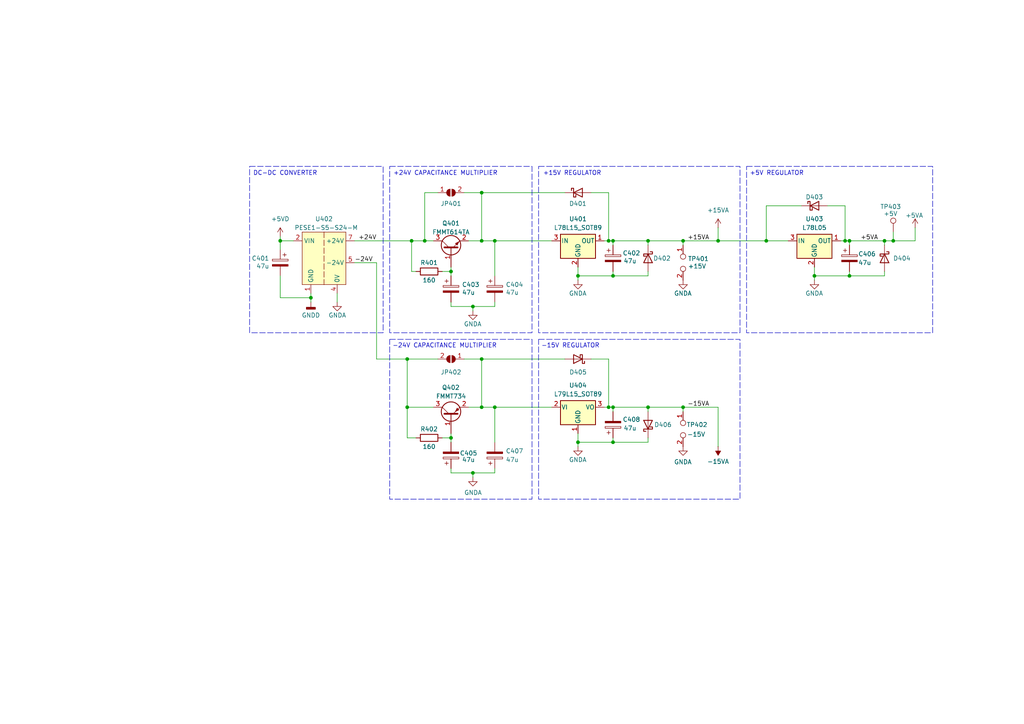
<source format=kicad_sch>
(kicad_sch (version 20250114) (generator "eeschema") (generator_version "9.0")
  (paper "A4")
  (title_block (title "Analog Power Supplies") (date "2024-05-20") (rev "2.0") (company "M Morano"))
  (lib_symbols
    (symbol "+5VD_1" (power) (pin_numbers (hide yes)) (pin_names (offset 0) (hide yes))
      (property "Value" "+5VD" (at 0 3.556 0))
      (symbol "+5VD_1_0_1"
        (polyline (pts (xy -0.762 1.27) (xy 0 2.54)))
        (polyline (pts (xy 0 2.54) (xy 0.762 1.27)))
        (polyline (pts (xy 0 0) (xy 0 2.54)))
      )
      (symbol "+5VD_1_1_1"
        (pin power_in line (at 0 0 90) (length 0) (name "~") (number "1"))
      )
    )
    (symbol "Components:PDS1-S5-D15-M-TR"
      (property "Reference" "U" (at 0 10.922 0))
      (property "Value" "PDS1-S5-D24-M-TR" (at -0.254 8.89 0))
      (symbol "PDS1-S5-D15-M-TR_1_1"
        (rectangle (start -6.35 7.62) (end 6.35 -7.62) (fill (type background)))
        (polyline (pts (xy 0 7.62) (xy 0 -7.62)) (stroke (width 0) (type dash)))
        (pin power_in line (at -8.89 5.08 0) (length 2.54) (name "VIN") (number "2"))
        (pin no_connect line (at -8.89 -1.27 0) (length 2.54) (hide yes) (name "NC") (number "10"))
        (pin power_in line (at -3.81 -10.16 90) (length 2.54) (name "GND") (number "1"))
        (pin power_in line (at 3.81 -10.16 90) (length 2.54) (name "0V") (number "4"))
        (pin power_out line (at 8.89 5.08 180) (length 2.54) (name "+24V") (number "7"))
        (pin power_out line (at 8.89 -1.27 180) (length 2.54) (name "-24V") (number "5"))
      )
    )
    (symbol "Connector:TestPoint" (pin_numbers (hide yes)) (pin_names (offset 0.762) (hide yes))
      (property "Reference" "TP" (at 0 6.858 0))
      (property "Value" "TestPoint" (at 0 5.08 0))
      (symbol "TestPoint_0_1"
        (circle (center 0 3.302) (radius 0.762))
      )
      (symbol "TestPoint_1_1"
        (pin passive line (at 0 0 90) (length 2.54) (name "1") (number "1"))
      )
    )
    (symbol "Connector:TestPoint_2Pole" (pin_names (offset 0.762) (hide yes))
      (property "Reference" "TP" (at 0 1.524 0))
      (property "Value" "TestPoint_2Pole" (at 0 -1.778 0))
      (symbol "TestPoint_2Pole_0_1"
        (circle (center -1.778 0) (radius 0.762))
        (circle (center 1.778 0) (radius 0.762))
        (pin passive line (at -5.08 0 0) (length 2.54) (name "1") (number "1"))
        (pin passive line (at 5.08 0 180) (length 2.54) (name "2") (number "2"))
      )
    )
    (symbol "Device:C_Polarized" (pin_numbers (hide yes)) (pin_names (offset 0.254))
      (property "Reference" "C" (at 0.635 2.54 0))
      (property "Value" "C_Polarized" (at 0.635 -2.54 0))
      (symbol "C_Polarized_0_1"
        (rectangle (start -2.286 0.508) (end 2.286 1.016))
        (polyline (pts (xy -1.778 2.286) (xy -0.762 2.286)))
        (polyline (pts (xy -1.27 2.794) (xy -1.27 1.778)))
        (rectangle (start 2.286 -0.508) (end -2.286 -1.016) (fill (type outline)))
      )
      (symbol "C_Polarized_1_1"
        (pin passive line (at 0 3.81 270) (length 2.794) (name "~") (number "1"))
        (pin passive line (at 0 -3.81 90) (length 2.794) (name "~") (number "2"))
      )
    )
    (symbol "Device:D_Schottky" (pin_numbers (hide yes)) (pin_names (offset 1.016) (hide yes))
      (property "Reference" "D" (at 0 2.54 0))
      (property "Value" "D_Schottky" (at 0 -2.54 0))
      (symbol "D_Schottky_0_1"
        (polyline (pts (xy -1.905 0.635) (xy -1.905 1.27) (xy -1.27 1.27) (xy -1.27 -1.27) (xy -0.635 -1.27) (xy -0.635 -0.635)) (stroke (width 0.254)))
        (polyline (pts (xy 1.27 1.27) (xy 1.27 -1.27) (xy -1.27 0) (xy 1.27 1.27)) (stroke (width 0.254)))
        (polyline (pts (xy 1.27 0) (xy -1.27 0)))
      )
      (symbol "D_Schottky_1_1"
        (pin passive line (at -3.81 0 0) (length 2.54) (name "K") (number "1"))
        (pin passive line (at 3.81 0 180) (length 2.54) (name "A") (number "2"))
      )
    )
    (symbol "Device:Q_NPN_BEC" (pin_names (offset 0) (hide yes))
      (property "Reference" "Q" (at 5.08 1.27 0))
      (property "Value" "Q_NPN_BEC" (at 5.08 -1.27 0))
      (symbol "Q_NPN_BEC_0_1"
        (polyline (pts (xy 0.635 1.905) (xy 0.635 -1.905) (xy 0.635 -1.905)) (stroke (width 0.508)))
        (polyline (pts (xy 0.635 0.635) (xy 2.54 2.54)))
        (polyline (pts (xy 0.635 -0.635) (xy 2.54 -2.54) (xy 2.54 -2.54)))
        (circle (center 1.27 0) (radius 2.8194) (stroke (width 0.254)))
        (polyline (pts (xy 1.27 -1.778) (xy 1.778 -1.27) (xy 2.286 -2.286) (xy 1.27 -1.778) (xy 1.27 -1.778)) (fill (type outline)))
      )
      (symbol "Q_NPN_BEC_1_1"
        (pin input line (at -5.08 0 0) (length 5.715) (name "B") (number "1"))
        (pin passive line (at 2.54 5.08 270) (length 2.54) (name "C") (number "3"))
        (pin passive line (at 2.54 -5.08 90) (length 2.54) (name "E") (number "2"))
      )
    )
    (symbol "Device:Q_PNP_BEC" (pin_names (offset 0) (hide yes))
      (property "Reference" "Q" (at 5.08 1.27 0))
      (property "Value" "Q_PNP_BEC" (at 5.08 -1.27 0))
      (symbol "Q_PNP_BEC_0_1"
        (polyline (pts (xy 0.635 1.905) (xy 0.635 -1.905) (xy 0.635 -1.905)) (stroke (width 0.508)))
        (polyline (pts (xy 0.635 0.635) (xy 2.54 2.54)))
        (polyline (pts (xy 0.635 -0.635) (xy 2.54 -2.54) (xy 2.54 -2.54)))
        (circle (center 1.27 0) (radius 2.8194) (stroke (width 0.254)))
        (polyline (pts (xy 2.286 -1.778) (xy 1.778 -2.286) (xy 1.27 -1.27) (xy 2.286 -1.778) (xy 2.286 -1.778)) (fill (type outline)))
      )
      (symbol "Q_PNP_BEC_1_1"
        (pin input line (at -5.08 0 0) (length 5.715) (name "B") (number "1"))
        (pin passive line (at 2.54 5.08 270) (length 2.54) (name "C") (number "3"))
        (pin passive line (at 2.54 -5.08 90) (length 2.54) (name "E") (number "2"))
      )
    )
    (symbol "Device:R" (pin_numbers (hide yes)) (pin_names (offset 0))
      (property "Reference" "R" (at 2.032 0 90))
      (property "Value" "R" (at 0 0 90))
      (symbol "R_0_1"
        (rectangle (start -1.016 -2.54) (end 1.016 2.54) (stroke (width 0.254)))
      )
      (symbol "R_1_1"
        (pin passive line (at 0 3.81 270) (length 1.27) (name "~") (number "1"))
        (pin passive line (at 0 -3.81 90) (length 1.27) (name "~") (number "2"))
      )
    )
    (symbol "Jumper:SolderJumper_2_Open" (pin_names (offset 0) (hide yes))
      (property "Reference" "JP" (at 0 2.032 0))
      (property "Value" "SolderJumper_2_Open" (at 0 -2.54 0))
      (symbol "SolderJumper_2_Open_0_1"
        (polyline (pts (xy -0.254 1.016) (xy -0.254 -1.016)))
        (arc (start -0.254 -1.016) (mid -1.2656 0) (end -0.254 1.016))
        (arc (start -0.254 -1.016) (mid -1.2656 0) (end -0.254 1.016) (fill (type outline)))
        (arc (start 0.254 1.016) (mid 1.2656 0) (end 0.254 -1.016))
        (arc (start 0.254 1.016) (mid 1.2656 0) (end 0.254 -1.016) (fill (type outline)))
        (polyline (pts (xy 0.254 1.016) (xy 0.254 -1.016)))
      )
      (symbol "SolderJumper_2_Open_1_1"
        (pin passive line (at -3.81 0 0) (length 2.54) (name "A") (number "1"))
        (pin passive line (at 3.81 0 180) (length 2.54) (name "B") (number "2"))
      )
    )
    (symbol "Regulator_Linear:L78L05_SOT89" (pin_names (offset 0.254))
      (property "Reference" "U" (at -3.81 3.175 0))
      (property "Value" "L78L05_SOT89" (at -0.635 3.175 0))
      (symbol "L78L05_SOT89_0_1"
        (rectangle (start -5.08 1.905) (end 5.08 -5.08) (stroke (width 0.254)) (fill (type background)))
      )
      (symbol "L78L05_SOT89_1_1"
        (pin power_in line (at -7.62 0 0) (length 2.54) (name "IN") (number "3"))
        (pin power_in line (at 0 -7.62 90) (length 2.54) (name "GND") (number "2"))
        (pin power_out line (at 7.62 0 180) (length 2.54) (name "OUT") (number "1"))
      )
    )
    (symbol "Regulator_Linear:L78L15_SOT89" (pin_names (offset 0.254))
      (property "Reference" "U" (at -3.81 3.175 0))
      (property "Value" "L78L15_SOT89" (at -0.635 3.175 0))
      (symbol "L78L15_SOT89_0_1"
        (rectangle (start -5.08 1.905) (end 5.08 -5.08) (stroke (width 0.254)) (fill (type background)))
      )
      (symbol "L78L15_SOT89_1_1"
        (pin power_in line (at -7.62 0 0) (length 2.54) (name "IN") (number "3"))
        (pin power_in line (at 0 -7.62 90) (length 2.54) (name "GND") (number "2"))
        (pin power_out line (at 7.62 0 180) (length 2.54) (name "OUT") (number "1"))
      )
    )
    (symbol "Regulator_Linear:L79L15_SOT89" (pin_names (offset 0.254))
      (property "Reference" "U" (at -3.81 -3.175 0))
      (property "Value" "L79L15_SOT89" (at 0 -3.175 0))
      (symbol "L79L15_SOT89_0_1"
        (rectangle (start -5.08 5.08) (end 5.08 -1.905) (stroke (width 0.254)) (fill (type background)))
      )
      (symbol "L79L15_SOT89_1_1"
        (pin power_in line (at -7.62 0 0) (length 2.54) (name "VI") (number "2"))
        (pin power_in line (at 0 7.62 270) (length 2.54) (name "GND") (number "1"))
        (pin power_out line (at 7.62 0 180) (length 2.54) (name "VO") (number "3"))
      )
    )
    (symbol "power:+15V" (power) (pin_numbers (hide yes)) (pin_names (offset 0) (hide yes))
      (property "Value" "+15V" (at 0 3.556 0))
      (symbol "+15V_0_1"
        (polyline (pts (xy -0.762 1.27) (xy 0 2.54)))
        (polyline (pts (xy 0 2.54) (xy 0.762 1.27)))
        (polyline (pts (xy 0 0) (xy 0 2.54)))
      )
      (symbol "+15V_1_1"
        (pin power_in line (at 0 0 90) (length 0) (name "~") (number "1"))
      )
    )
    (symbol "power:+5VA" (power) (pin_numbers (hide yes)) (pin_names (offset 0) (hide yes))
      (property "Value" "+5VA" (at 0 3.556 0))
      (symbol "+5VA_0_1"
        (polyline (pts (xy -0.762 1.27) (xy 0 2.54)))
        (polyline (pts (xy 0 2.54) (xy 0.762 1.27)))
        (polyline (pts (xy 0 0) (xy 0 2.54)))
      )
      (symbol "+5VA_1_1"
        (pin power_in line (at 0 0 90) (length 0) (name "~") (number "1"))
      )
    )
    (symbol "power:-15V" (power) (pin_numbers (hide yes)) (pin_names (offset 0) (hide yes))
      (property "Value" "-15V" (at 0 3.556 0))
      (symbol "-15V_0_0"
        (pin power_in line (at 0 0 90) (length 0) (name "~") (number "1"))
      )
      (symbol "-15V_0_1"
        (polyline (pts (xy 0 0) (xy 0 1.27) (xy 0.762 1.27) (xy 0 2.54) (xy -0.762 1.27) (xy 0 1.27)) (fill (type outline)))
      )
    )
    (symbol "power:GNDA" (power) (pin_names (offset 0))
      (property "Value" "GNDA" (at 0 -3.81 0))
      (symbol "GNDA_0_1"
        (polyline (pts (xy 0 0) (xy 0 -1.27) (xy 1.27 -1.27) (xy 0 -2.54) (xy -1.27 -1.27) (xy 0 -1.27)))
      )
      (symbol "GNDA_1_1"
        (pin power_in line (at 0 0 270) (length 0) (hide yes) (name "GNDA") (number "1"))
      )
    )
    (symbol "power:GNDD" (power) (pin_names (offset 0))
      (property "Value" "GNDD" (at 0 -3.175 0))
      (symbol "GNDD_0_1"
        (rectangle (start -1.27 -1.524) (end 1.27 -2.032) (stroke (width 0.254)) (fill (type outline)))
        (polyline (pts (xy 0 0) (xy 0 -1.524)))
      )
      (symbol "GNDD_1_1"
        (pin power_in line (at 0 0 270) (length 0) (hide yes) (name "GNDD") (number "1"))
      )
    )
  )
  (rectangle (start 72.39 48.26) (end 111.125 96.52) (stroke (width 0) (type dash)))
  (rectangle (start 113.03 98.425) (end 154.305 144.78) (stroke (width 0) (type dash)))
  (rectangle (start 156.21 98.425) (end 214.63 144.78) (stroke (width 0) (type dash)))
  (rectangle (start 113.03 48.26) (end 154.305 96.52) (stroke (width 0) (type dash)))
  (rectangle (start 216.535 48.26) (end 270.51 96.52) (stroke (width 0) (type dash)))
  (rectangle (start 156.21 48.26) (end 214.63 96.52) (stroke (width 0) (type dash)))
  (text "-24V CAPACITANCE MULTIPLIER" (at 113.792 101.092 0) (effects (font (size 1.27 1.27)) (justify left bottom)))
  (text "+24V CAPACITANCE MULTIPLIER" (at 114.046 51.054 0) (effects (font (size 1.27 1.27)) (justify left bottom)))
  (text "+5V REGULATOR" (at 217.424 51.054 0) (effects (font (size 1.27 1.27)) (justify left bottom)))
  (text "-15V REGULATOR" (at 156.972 101.092 0) (effects (font (size 1.27 1.27)) (justify left bottom)))
  (text "DC-DC CONVERTER" (at 73.406 51.054 0) (effects (font (size 1.27 1.27)) (justify left bottom)))
  (text "+15V REGULATOR" (at 157.48 51.054 0) (effects (font (size 1.27 1.27)) (justify left bottom)))
  (junction (at 256.54 69.85))
  (junction (at 139.7 55.88))
  (junction (at 130.81 78.74))
  (junction (at 246.38 80.01))
  (junction (at 118.11 104.14))
  (junction (at 81.28 69.85))
  (junction (at 176.53 69.85))
  (junction (at 118.11 118.11))
  (junction (at 246.38 69.85))
  (junction (at 198.12 69.85))
  (junction (at 139.7 118.11))
  (junction (at 123.19 69.85))
  (junction (at 176.53 118.11))
  (junction (at 167.64 128.27))
  (junction (at 208.28 69.85))
  (junction (at 222.25 69.85))
  (junction (at 198.12 118.11))
  (junction (at 245.11 69.85))
  (junction (at 130.81 127))
  (junction (at 139.7 69.85))
  (junction (at 139.7 104.14))
  (junction (at 177.8 128.27))
  (junction (at 90.17 86.36))
  (junction (at 143.51 69.85))
  (junction (at 143.51 118.11))
  (junction (at 187.96 69.85))
  (junction (at 167.64 80.01))
  (junction (at 236.22 80.01))
  (junction (at 187.96 118.11))
  (junction (at 137.16 88.9))
  (junction (at 119.38 69.85))
  (junction (at 259.08 69.85))
  (junction (at 177.8 69.85))
  (junction (at 177.8 118.11))
  (junction (at 177.8 80.01))
  (junction (at 137.16 137.16))
  (wire (pts (xy 177.8 78.74) (xy 177.8 80.01)))
  (wire (pts (xy 81.28 69.85) (xy 81.28 72.39)))
  (wire (pts (xy 167.64 77.47) (xy 167.64 80.01)))
  (wire (pts (xy 109.22 76.2) (xy 102.87 76.2)))
  (wire (pts (xy 177.8 118.11) (xy 187.96 118.11)))
  (wire (pts (xy 177.8 128.27) (xy 177.8 127)))
  (wire (pts (xy 85.09 69.85) (xy 81.28 69.85)))
  (wire (pts (xy 135.89 69.85) (xy 139.7 69.85)))
  (wire (pts (xy 187.96 128.27) (xy 187.96 127)))
  (wire (pts (xy 137.16 138.43) (xy 137.16 137.16)))
  (wire (pts (xy 198.12 119.38) (xy 198.12 118.11)))
  (wire (pts (xy 259.08 67.31) (xy 259.08 69.85)))
  (wire (pts (xy 118.11 127) (xy 120.65 127)))
  (wire (pts (xy 143.51 69.85) (xy 143.51 80.01)))
  (wire (pts (xy 139.7 104.14) (xy 163.83 104.14)))
  (wire (pts (xy 177.8 69.85) (xy 177.8 71.12)))
  (wire (pts (xy 246.38 80.01) (xy 246.38 78.74)))
  (wire (pts (xy 176.53 118.11) (xy 177.8 118.11)))
  (wire (pts (xy 137.16 90.17) (xy 137.16 88.9)))
  (wire (pts (xy 123.19 55.88) (xy 123.19 69.85)))
  (wire (pts (xy 208.28 66.04) (xy 208.28 69.85)))
  (wire (pts (xy 118.11 118.11) (xy 118.11 104.14)))
  (wire (pts (xy 176.53 69.85) (xy 176.53 55.88)))
  (wire (pts (xy 171.45 104.14) (xy 176.53 104.14)))
  (wire (pts (xy 167.64 125.73) (xy 167.64 128.27)))
  (wire (pts (xy 222.25 59.69) (xy 232.41 59.69)))
  (wire (pts (xy 143.51 118.11) (xy 160.02 118.11)))
  (wire (pts (xy 240.03 59.69) (xy 245.11 59.69)))
  (wire (pts (xy 187.96 69.85) (xy 187.96 71.12)))
  (wire (pts (xy 208.28 69.85) (xy 222.25 69.85)))
  (wire (pts (xy 135.89 118.11) (xy 139.7 118.11)))
  (wire (pts (xy 198.12 69.85) (xy 208.28 69.85)))
  (wire (pts (xy 265.43 66.04) (xy 265.43 69.85)))
  (wire (pts (xy 118.11 118.11) (xy 125.73 118.11)))
  (wire (pts (xy 177.8 119.38) (xy 177.8 118.11)))
  (wire (pts (xy 139.7 55.88) (xy 139.7 69.85)))
  (wire (pts (xy 246.38 69.85) (xy 256.54 69.85)))
  (wire (pts (xy 256.54 80.01) (xy 256.54 78.74)))
  (wire (pts (xy 134.62 104.14) (xy 139.7 104.14)))
  (wire (pts (xy 109.22 76.2) (xy 109.22 104.14)))
  (wire (pts (xy 139.7 55.88) (xy 163.83 55.88)))
  (wire (pts (xy 90.17 86.36) (xy 81.28 86.36)))
  (wire (pts (xy 130.81 127) (xy 130.81 128.27)))
  (wire (pts (xy 118.11 104.14) (xy 127 104.14)))
  (wire (pts (xy 134.62 55.88) (xy 139.7 55.88)))
  (wire (pts (xy 118.11 127) (xy 118.11 118.11)))
  (wire (pts (xy 198.12 118.11) (xy 208.28 118.11)))
  (wire (pts (xy 167.64 129.54) (xy 167.64 128.27)))
  (wire (pts (xy 143.51 88.9) (xy 143.51 87.63)))
  (wire (pts (xy 143.51 137.16) (xy 143.51 135.89)))
  (wire (pts (xy 177.8 128.27) (xy 187.96 128.27)))
  (wire (pts (xy 198.12 71.12) (xy 198.12 69.85)))
  (wire (pts (xy 130.81 88.9) (xy 130.81 87.63)))
  (wire (pts (xy 167.64 128.27) (xy 177.8 128.27)))
  (wire (pts (xy 246.38 71.12) (xy 246.38 69.85)))
  (wire (pts (xy 102.87 69.85) (xy 119.38 69.85)))
  (wire (pts (xy 90.17 87.63) (xy 90.17 86.36)))
  (wire (pts (xy 123.19 69.85) (xy 119.38 69.85)))
  (wire (pts (xy 256.54 71.12) (xy 256.54 69.85)))
  (wire (pts (xy 222.25 59.69) (xy 222.25 69.85)))
  (wire (pts (xy 176.53 104.14) (xy 176.53 118.11)))
  (wire (pts (xy 143.51 69.85) (xy 160.02 69.85)))
  (wire (pts (xy 130.81 137.16) (xy 130.81 135.89)))
  (wire (pts (xy 81.28 86.36) (xy 81.28 80.01)))
  (wire (pts (xy 127 55.88) (xy 123.19 55.88)))
  (wire (pts (xy 130.81 78.74) (xy 130.81 80.01)))
  (wire (pts (xy 139.7 118.11) (xy 143.51 118.11)))
  (wire (pts (xy 265.43 69.85) (xy 259.08 69.85)))
  (wire (pts (xy 222.25 69.85) (xy 228.6 69.85)))
  (wire (pts (xy 130.81 137.16) (xy 137.16 137.16)))
  (wire (pts (xy 119.38 78.74) (xy 120.65 78.74)))
  (wire (pts (xy 137.16 137.16) (xy 143.51 137.16)))
  (wire (pts (xy 208.28 118.11) (xy 208.28 129.54)))
  (wire (pts (xy 125.73 69.85) (xy 123.19 69.85)))
  (wire (pts (xy 171.45 55.88) (xy 176.53 55.88)))
  (wire (pts (xy 139.7 104.14) (xy 139.7 118.11)))
  (wire (pts (xy 128.27 78.74) (xy 130.81 78.74)))
  (wire (pts (xy 245.11 59.69) (xy 245.11 69.85)))
  (wire (pts (xy 259.08 69.85) (xy 256.54 69.85)))
  (wire (pts (xy 139.7 69.85) (xy 143.51 69.85)))
  (wire (pts (xy 130.81 88.9) (xy 137.16 88.9)))
  (wire (pts (xy 245.11 69.85) (xy 246.38 69.85)))
  (wire (pts (xy 187.96 118.11) (xy 198.12 118.11)))
  (wire (pts (xy 187.96 69.85) (xy 198.12 69.85)))
  (wire (pts (xy 137.16 88.9) (xy 143.51 88.9)))
  (wire (pts (xy 130.81 77.47) (xy 130.81 78.74)))
  (wire (pts (xy 175.26 118.11) (xy 176.53 118.11)))
  (wire (pts (xy 177.8 69.85) (xy 187.96 69.85)))
  (wire (pts (xy 97.79 87.63) (xy 97.79 85.09)))
  (wire (pts (xy 236.22 81.28) (xy 236.22 80.01)))
  (wire (pts (xy 119.38 69.85) (xy 119.38 78.74)))
  (wire (pts (xy 243.84 69.85) (xy 245.11 69.85)))
  (wire (pts (xy 118.11 104.14) (xy 109.22 104.14)))
  (wire (pts (xy 236.22 80.01) (xy 246.38 80.01)))
  (wire (pts (xy 246.38 80.01) (xy 256.54 80.01)))
  (wire (pts (xy 130.81 127) (xy 130.81 125.73)))
  (wire (pts (xy 128.27 127) (xy 130.81 127)))
  (wire (pts (xy 187.96 80.01) (xy 187.96 78.74)))
  (wire (pts (xy 167.64 81.28) (xy 167.64 80.01)))
  (wire (pts (xy 167.64 80.01) (xy 177.8 80.01)))
  (wire (pts (xy 90.17 86.36) (xy 90.17 85.09)))
  (wire (pts (xy 187.96 118.11) (xy 187.96 119.38)))
  (wire (pts (xy 236.22 77.47) (xy 236.22 80.01)))
  (wire (pts (xy 143.51 118.11) (xy 143.51 128.27)))
  (wire (pts (xy 81.28 69.85) (xy 81.28 68.58)))
  (wire (pts (xy 175.26 69.85) (xy 176.53 69.85)))
  (wire (pts (xy 176.53 69.85) (xy 177.8 69.85)))
  (wire (pts (xy 177.8 80.01) (xy 187.96 80.01)))
  (label "+15VA" (at 199.39 69.85 0))
  (label "+5VA" (at 249.555 69.85 0))
  (label "-24V" (at 102.87 76.2 0))
  (label "-15VA" (at 199.39 118.11 0))
  (label "+24V" (at 109.22 69.85 180))
  (symbol (lib_id "power:+5VA") (at 265.43 66.04 0) (mirror y) (unit 1)
    (property "Reference" "#PWR0412" (effects (hide yes)))
    (property "Value" "+5VA" (at 265.176 62.484 0))
    (property "Description" "Power symbol creates a global label with name \"+5VA\"" (effects (hide yes)))
  )
  (symbol (lib_id "Device:C_Polarized") (at 130.81 132.08 0) (mirror x) (unit 1)
    (property "Reference" "C405" (at 133.35 131.445 0) (effects (justify left)))
    (property "Value" "47u" (at 133.985 133.35 0) (effects (justify left)))
    (property "Footprint" "Capacitor_SMD:CP_Elec_6.3x5.8" (effects (hide yes)))
  )
  (symbol (lib_id "power:GNDA") (at 97.79 87.63 0) (mirror y) (unit 1)
    (property "Reference" "#PWR0403" (effects (hide yes)))
    (property "Value" "GNDA" (at 95.25 91.44 0) (effects (justify right)))
  )
  (symbol (lib_id "Device:Q_PNP_BEC") (at 130.81 120.65 90) (unit 1)
    (property "Reference" "Q402" (at 133.35 112.395 90) (effects (justify left)))
    (property "Value" "FMMT734" (at 135.255 114.935 90) (effects (justify left)))
    (property "Footprint" "Package_TO_SOT_SMD:SOT-23-3" (effects (hide yes)))
  )
  (symbol (lib_id "power:GNDA") (at 137.16 90.17 0) (unit 1)
    (property "Reference" "#PWR0405" (effects (hide yes)))
    (property "Value" "GNDA" (at 139.7 93.98 0) (effects (justify right)))
  )
  (symbol (lib_id "Device:R") (at 124.46 78.74 90) (unit 1)
    (property "Reference" "R401" (at 124.46 76.2 90))
    (property "Value" "160" (at 124.46 81.28 90))
    (property "Footprint" "Resistor_SMD:R_0603_1608Metric" (effects (hide yes)))
  )
  (symbol (lib_id "Jumper:SolderJumper_2_Open") (at 130.81 55.88 0) (unit 1)
    (property "Reference" "JP401" (at 130.81 59.055 0))
    (property "Value" "SolderJumper_2_Open" (effects (hide yes)))
    (property "Footprint" "Jumper:SolderJumper-2_P1.3mm_Open_RoundedPad1.0x1.5mm" (effects (hide yes)))
  )
  (symbol (lib_id "Device:Q_NPN_BEC") (at 130.81 72.39 90) (unit 1)
    (property "Reference" "Q401" (at 130.81 64.77 90))
    (property "Value" "FMMT614TA" (at 130.81 67.31 90))
    (property "Footprint" "Package_TO_SOT_SMD:SOT-23-3" (effects (hide yes)))
  )
  (symbol (lib_id "Connector:TestPoint") (at 259.08 67.31 0) (mirror y) (unit 1)
    (property "Reference" "TP403" (at 261.366 59.944 0) (effects (justify left)))
    (property "Value" "+5V" (at 260.35 61.976 0) (effects (justify left)))
    (property "Footprint" "TestPoint:TestPoint_Pad_D1.0mm" (effects (hide yes)))
  )
  (symbol (lib_id "power:-15V") (at 208.28 129.54 0) (mirror x) (unit 1)
    (property "Reference" "#PWR0413" (effects (hide yes)))
    (property "Value" "-15VA" (at 208.28 133.858 0))
    (property "Description" "Power symbol creates a global label with name \"-15V\"" (effects (hide yes)))
  )
  (symbol (lib_id "Device:C_Polarized") (at 143.51 132.08 0) (mirror x) (unit 1)
    (property "Reference" "C407" (at 146.685 130.81 0) (effects (justify left)))
    (property "Value" "47u" (at 146.685 133.35 0) (effects (justify left)))
    (property "Footprint" "Capacitor_SMD:CP_Elec_6.3x5.8" (effects (hide yes)))
  )
  (symbol (lib_id "power:GNDA") (at 236.22 81.28 0) (unit 1)
    (property "Reference" "#PWR0407" (effects (hide yes)))
    (property "Value" "GNDA" (at 238.76 85.09 0) (effects (justify right)))
  )
  (symbol (lib_id "Device:D_Schottky") (at 187.96 123.19 90) (unit 1)
    (property "Reference" "D406" (at 189.738 123.19 90) (effects (justify right)))
    (property "Value" "D_Schottky" (effects (hide yes)))
    (property "Footprint" "Diode_SMD:D_SOD-123F" (effects (hide yes)))
    (property "Datasheet" "SMD110PL-TP" (effects (hide yes)))
  )
  (symbol (lib_id "Device:D_Schottky") (at 236.22 59.69 0) (unit 1)
    (property "Reference" "D403" (at 238.76 57.15 0) (effects (justify right)))
    (property "Value" "D_Schottky" (effects (hide yes)))
    (property "Footprint" "Diode_SMD:D_SOD-123F" (effects (hide yes)))
    (property "Datasheet" "SMD110PL-TP" (effects (hide yes)))
  )
  (symbol (lib_name "+5VD_1") (lib_id "power:+5VD") (at 81.28 68.58 0) (unit 1)
    (property "Reference" "#PWR0414" (effects (hide yes)))
    (property "Value" "+5VD" (at 81.28 63.5 0))
    (property "Description" "Power symbol creates a global label with name \"+5VD\"" (effects (hide yes)))
  )
  (symbol (lib_id "Device:C_Polarized") (at 81.28 76.2 0) (mirror y) (unit 1)
    (property "Reference" "C401" (at 78.105 74.93 0) (effects (justify left)))
    (property "Value" "47u" (at 78.105 77.216 0) (effects (justify left)))
    (property "Footprint" "Capacitor_SMD:CP_Elec_6.3x5.8" (effects (hide yes)))
  )
  (symbol (lib_id "Device:D_Schottky") (at 167.64 55.88 0) (unit 1)
    (property "Reference" "D401" (at 170.18 59.055 0) (effects (justify right)))
    (property "Value" "D_Schottky" (effects (hide yes)))
    (property "Footprint" "Diode_SMD:D_SOD-123F" (effects (hide yes)))
    (property "Datasheet" "SMD110PL-TP" (effects (hide yes)))
  )
  (symbol (lib_id "Device:C_Polarized") (at 246.38 74.93 0) (unit 1)
    (property "Reference" "C406" (at 248.92 73.66 0) (effects (justify left)))
    (property "Value" "47u" (at 248.92 76.2 0) (effects (justify left)))
    (property "Footprint" "Capacitor_SMD:CP_Elec_6.3x5.8" (effects (hide yes)))
  )
  (symbol (lib_id "power:GNDA") (at 167.64 129.54 0) (unit 1)
    (property "Reference" "#PWR0408" (effects (hide yes)))
    (property "Value" "GNDA" (at 170.18 133.35 0) (effects (justify right)))
  )
  (symbol (lib_id "power:GNDD") (at 90.17 87.63 0) (mirror y) (unit 1)
    (property "Reference" "#PWR0401" (effects (hide yes)))
    (property "Value" "GNDD" (at 90.17 91.44 0))
  )
  (symbol (lib_id "power:+15V") (at 208.28 66.04 0) (unit 1)
    (property "Reference" "#PWR0411" (effects (hide yes)))
    (property "Value" "+15VA" (at 208.28 60.96 0))
    (property "Description" "Power symbol creates a global label with name \"+15V\"" (effects (hide yes)))
  )
  (symbol (lib_id "Device:C_Polarized") (at 177.8 123.19 0) (mirror x) (unit 1)
    (property "Reference" "C408" (at 180.594 121.666 0) (effects (justify left)))
    (property "Value" "47u" (at 180.848 124.206 0) (effects (justify left)))
    (property "Footprint" "Capacitor_SMD:CP_Elec_6.3x5.8" (effects (hide yes)))
  )
  (symbol (lib_id "Jumper:SolderJumper_2_Open") (at 130.81 104.14 0) (mirror y) (unit 1)
    (property "Reference" "JP402" (at 130.81 107.95 0))
    (property "Value" "SolderJumper_2_Open" (effects (hide yes)))
    (property "Footprint" "Jumper:SolderJumper-2_P1.3mm_Open_RoundedPad1.0x1.5mm" (effects (hide yes)))
  )
  (symbol (lib_id "Connector:TestPoint_2Pole") (at 198.12 76.2 270) (unit 1)
    (property "Reference" "TP401" (at 202.565 75.057 90))
    (property "Value" "+15V" (at 202.184 77.216 90))
    (property "Footprint" "Components:testPoint2Pads" (effects (hide yes)))
  )
  (symbol (lib_id "power:GNDA") (at 167.64 81.28 0) (unit 1)
    (property "Reference" "#PWR0404" (effects (hide yes)))
    (property "Value" "GNDA" (at 170.18 85.09 0) (effects (justify right)))
  )
  (symbol (lib_id "Connector:TestPoint_2Pole") (at 198.12 124.46 270) (unit 1)
    (property "Reference" "TP402" (at 202.184 123.19 90))
    (property "Value" "-15V" (at 201.93 125.984 90))
    (property "Footprint" "Components:testPoint2Pads" (effects (hide yes)))
  )
  (symbol (lib_id "Components:PDS1-S5-D15-M-TR") (at 93.98 74.93 0) (unit 1)
    (property "Reference" "U402" (at 93.98 63.5 0))
    (property "Value" "PESE1-S5-S24-M" (at 94.615 66.04 0))
    (property "Footprint" "Components:PDS1-S5-D15-M-TR" (effects (hide yes)))
  )
  (symbol (lib_id "power:GNDA") (at 198.12 129.54 0) (unit 1)
    (property "Reference" "#PWR0410" (effects (hide yes)))
    (property "Value" "GNDA" (at 200.66 133.985 0) (effects (justify right)))
  )
  (symbol (lib_id "Device:D_Schottky") (at 256.54 74.93 270) (unit 1)
    (property "Reference" "D404" (at 264.16 74.93 90) (effects (justify right)))
    (property "Value" "D_Schottky" (effects (hide yes)))
    (property "Footprint" "Diode_SMD:D_SOD-123F" (effects (hide yes)))
    (property "Datasheet" "SMD110PL-TP" (effects (hide yes)))
  )
  (symbol (lib_id "Device:R") (at 124.46 127 270) (mirror x) (unit 1)
    (property "Reference" "R402" (at 124.46 124.46 90))
    (property "Value" "160" (at 124.46 129.54 90))
    (property "Footprint" "Resistor_SMD:R_0603_1608Metric" (effects (hide yes)))
  )
  (symbol (lib_id "Device:C_Polarized") (at 177.8 74.93 0) (unit 1)
    (property "Reference" "C402" (at 180.594 73.406 0) (effects (justify left)))
    (property "Value" "47u" (at 180.848 75.692 0) (effects (justify left)))
    (property "Footprint" "Capacitor_SMD:CP_Elec_6.3x5.8" (effects (hide yes)))
  )
  (symbol (lib_id "Regulator_Linear:L78L15_SOT89") (at 167.64 69.85 0) (unit 1)
    (property "Reference" "U401" (at 167.64 63.5 0))
    (property "Value" "L78L15_SOT89" (at 167.64 66.04 0))
    (property "Footprint" "Package_TO_SOT_SMD:SOT-89-3" (effects (hide yes)))
    (property "Datasheet" "http://www.st.com/content/ccc/resource/technical/document/datasheet/15/55/e5/aa/23/5b/43/fd/CD00000446.pdf/files/CD00000446.pdf/jcr:content/translations/en.CD00000446.pdf" (effects (hide yes)))
  )
  (symbol (lib_id "Device:D_Schottky") (at 167.64 104.14 180) (unit 1)
    (property "Reference" "D405" (at 165.1 107.95 0) (effects (justify right)))
    (property "Value" "D_Schottky" (effects (hide yes)))
    (property "Footprint" "Diode_SMD:D_SOD-123F" (effects (hide yes)))
    (property "Datasheet" "SMD110PL-TP" (effects (hide yes)))
  )
  (symbol (lib_id "Regulator_Linear:L79L15_SOT89") (at 167.64 118.11 0) (mirror x) (unit 1)
    (property "Reference" "U404" (at 167.64 111.76 0))
    (property "Value" "L79L15_SOT89" (at 167.64 114.3 0))
    (property "Footprint" "Package_TO_SOT_SMD:SOT-89-3" (effects (hide yes)))
    (property "Datasheet" "http://www.farnell.com/datasheets/1827870.pdf" (effects (hide yes)))
  )
  (symbol (lib_id "Device:D_Schottky") (at 187.96 74.93 270) (unit 1)
    (property "Reference" "D402" (at 194.564 74.93 90) (effects (justify right)))
    (property "Value" "D_Schottky" (effects (hide yes)))
    (property "Footprint" "Diode_SMD:D_SOD-123F" (effects (hide yes)))
    (property "Datasheet" "SMD110PL-TP" (effects (hide yes)))
  )
  (symbol (lib_id "Device:C_Polarized") (at 143.51 83.82 0) (unit 1)
    (property "Reference" "C404" (at 146.685 82.55 0) (effects (justify left)))
    (property "Value" "47u" (at 146.685 84.836 0) (effects (justify left)))
    (property "Footprint" "Capacitor_SMD:CP_Elec_6.3x5.8" (effects (hide yes)))
  )
  (symbol (lib_id "power:GNDA") (at 137.16 138.43 0) (mirror y) (unit 1)
    (property "Reference" "#PWR0406" (effects (hide yes)))
    (property "Value" "GNDA" (at 134.62 142.875 0) (effects (justify right)))
  )
  (symbol (lib_id "power:GNDA") (at 198.12 81.28 0) (unit 1)
    (property "Reference" "#PWR0409" (effects (hide yes)))
    (property "Value" "GNDA" (at 200.66 85.09 0) (effects (justify right)))
  )
  (symbol (lib_id "Device:C_Polarized") (at 130.81 83.82 0) (unit 1)
    (property "Reference" "C403" (at 133.985 82.55 0) (effects (justify left)))
    (property "Value" "47u" (at 133.985 84.836 0) (effects (justify left)))
    (property "Footprint" "Capacitor_SMD:CP_Elec_6.3x5.8" (effects (hide yes)))
  )
  (symbol (lib_id "Regulator_Linear:L78L05_SOT89") (at 236.22 69.85 0) (unit 1)
    (property "Reference" "U403" (at 236.22 63.5 0))
    (property "Value" "L78L05" (at 236.22 66.04 0))
    (property "Footprint" "Package_TO_SOT_SMD:SOT-89-3" (effects (hide yes)))
    (property "Datasheet" "http://www.st.com/content/ccc/resource/technical/document/datasheet/15/55/e5/aa/23/5b/43/fd/CD00000446.pdf/files/CD00000446.pdf/jcr:content/translations/en.CD00000446.pdf" (effects (hide yes)))
  )
)
</source>
